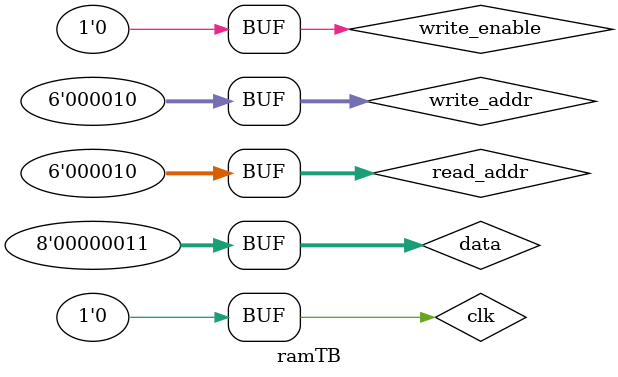
<source format=sv>
`timescale 1ns / 1ps
module ramTB();

	logic clk;
	logic [7:0] data = 8'b0;
    logic [5:0] read_addr = 6'b0;
    logic [5:0] write_addr = 6'b0;
    logic write_enable = 1'b0;
	logic [7:0] output_q;	 
	 
 //ramHistogram uut(clk,data,read_addr,write_addr,write_enable,output_q);
 ram1 uut(clk,data,read_addr,write_addr,write_enable,output_q);
	always begin
	    clk <= 1; #5; clk <= 0; #5;
    end
						
    initial begin		
		read_addr <= 6'b00;
        #10;
        
		read_addr <= 6'b01;
        #10;

        //Writing
        write_enable <=1'b1;
        data<=8'b1;
        write_addr <= 6'b0;
        #10;

        data<=8'b10;
        write_addr <= 6'b1;
        #10;

        data<=8'b11;
        write_addr <= 6'b10;
        #10;

        //Reading
        write_enable <=1'b0;
        read_addr <= 6'b00;
        #10;
        read_addr <= 6'b1;
        #10;
		read_addr <= 6'b10;
        #10;

    end


endmodule
</source>
